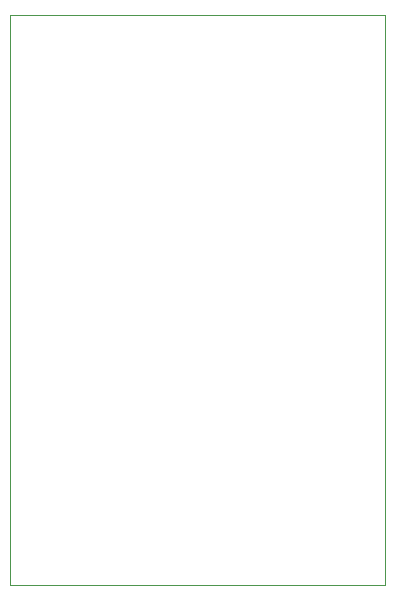
<source format=gbr>
%TF.GenerationSoftware,KiCad,Pcbnew,7.0.6*%
%TF.CreationDate,2023-08-19T21:53:38-07:00*%
%TF.ProjectId,schematic_copy_,73636865-6d61-4746-9963-5f636f70795f,rev?*%
%TF.SameCoordinates,Original*%
%TF.FileFunction,Profile,NP*%
%FSLAX46Y46*%
G04 Gerber Fmt 4.6, Leading zero omitted, Abs format (unit mm)*
G04 Created by KiCad (PCBNEW 7.0.6) date 2023-08-19 21:53:38*
%MOMM*%
%LPD*%
G01*
G04 APERTURE LIST*
%TA.AperFunction,Profile*%
%ADD10C,0.100000*%
%TD*%
G04 APERTURE END LIST*
D10*
X127000000Y-71120000D02*
X127000000Y-72390000D01*
X158750000Y-71120000D02*
X127000000Y-71120000D01*
X127000000Y-72390000D02*
X127000000Y-119380000D01*
X158750000Y-119380000D02*
X127000000Y-119380000D01*
X158750000Y-71120000D02*
X158750000Y-119380000D01*
M02*

</source>
